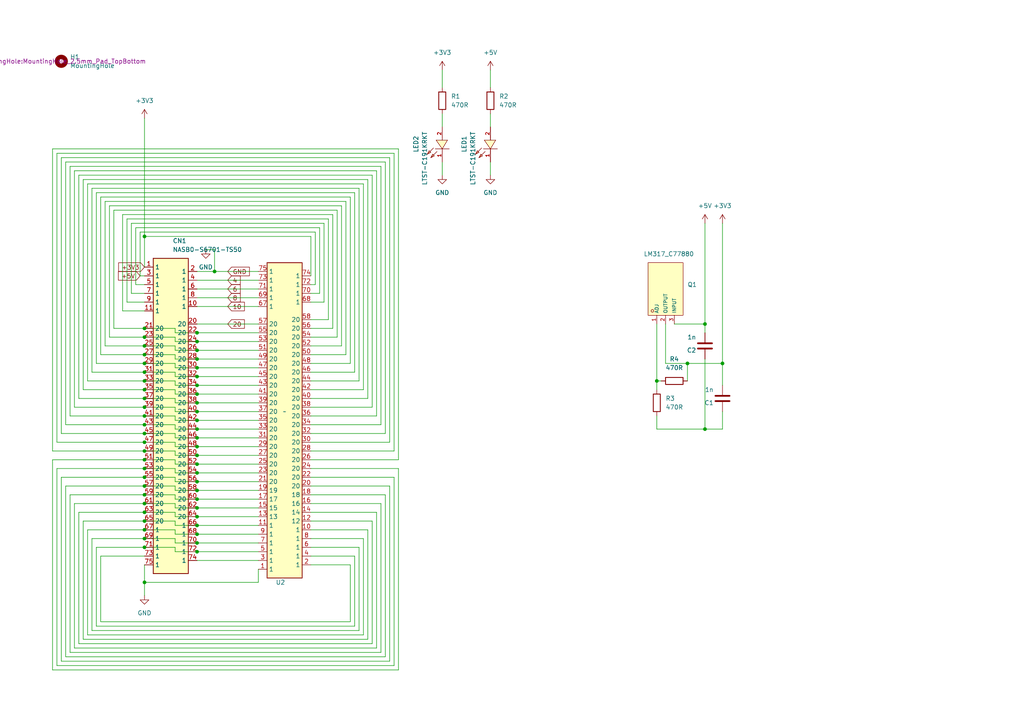
<source format=kicad_sch>
(kicad_sch (version 20230121) (generator eeschema)
  (paper "A4")
  (lib_symbols
    (symbol "Device:C" (pin_numbers hide) (pin_names (offset 0.254))
      (property "Reference" "C" (at 0.635 2.54 0))
      (property "Value" "C" (at 0.635 -2.54 0))
      (symbol "C_0_1"
        (polyline (pts (xy -2.032 -0.762) (xy 2.032 -0.762)) (stroke (width 0.508)))
        (polyline (pts (xy -2.032 0.762) (xy 2.032 0.762)) (stroke (width 0.508)))
      )
      (symbol "C_1_1"
        (pin passive line (at 0 3.81 270) (length 2.794) (name "~") (number "1"))
        (pin passive line (at 0 -3.81 90) (length 2.794) (name "~") (number "2"))
      )
    )
    (symbol "Device:R" (pin_numbers hide) (pin_names (offset 0))
      (property "Reference" "R" (at 2.032 0 90))
      (property "Value" "R" (at 0 0 90))
      (symbol "R_0_1"
        (rectangle (start -1.016 -2.54) (end 1.016 2.54) (stroke (width 0.254)))
      )
      (symbol "R_1_1"
        (pin passive line (at 0 3.81 270) (length 1.27) (name "~") (number "1"))
        (pin passive line (at 0 -3.81 90) (length 1.27) (name "~") (number "2"))
      )
    )
    (symbol "JLC:LM317_C77880"
      (property "Reference" "Q" (at 0 1.27 0))
      (property "Value" "LM317_C77880" (at 0 -2.54 0))
      (symbol "LM317_C77880_0_1"
        (rectangle (start -6.35 6.35) (end 8.89 -3.81) (fill (type background)))
        (circle (center -5.08 5.08) (radius 0.381) (fill (type background)))
        (pin unspecified line (at -8.89 3.81 0) (length 2.54) (name "ADJ") (number "1"))
        (pin unspecified line (at -8.89 1.27 0) (length 2.54) (name "OUTPUT") (number "2"))
        (pin unspecified line (at -8.89 -1.27 0) (length 2.54) (name "INPUT") (number "3"))
      )
    )
    (symbol "JLC:LTST-C191KRKT" (pin_names hide)
      (property "Reference" "LED" (at 0 1.27 0))
      (property "Value" "LTST-C191KRKT" (at 0 -2.54 0))
      (symbol "LTST-C191KRKT_0_1"
        (polyline (pts (xy -2.032 1.524) (xy -3.81 3.302)))
        (polyline (pts (xy -1.27 2.032) (xy -1.27 -2.032)))
        (polyline (pts (xy -1.016 2.54) (xy -2.794 4.318)))
        (polyline (pts (xy -3.81 3.302) (xy -2.794 2.794) (xy -3.302 2.286) (xy -3.81 3.302)) (fill (type background)))
        (polyline (pts (xy -2.794 4.318) (xy -1.778 3.81) (xy -2.286 3.302) (xy -2.794 4.318)) (fill (type background)))
        (polyline (pts (xy 1.27 -1.524) (xy -1.27 0) (xy 1.27 1.778) (xy 1.27 -1.524)) (fill (type background)))
        (pin unspecified line (at -5.08 0 0) (length 3.81) (name "-") (number "1"))
        (pin unspecified line (at 5.08 0 180) (length 3.81) (name "+") (number "2"))
      )
    )
    (symbol "JLC_parts:NASB0-S6701-TS50"
      (property "Reference" "CN" (at 0 1.27 0))
      (property "Value" "NASB0-S6701-TS50" (at 0 -2.54 0))
      (symbol "NASB0-S6701-TS50_0_1"
        (rectangle (start -3.81 48.26) (end 6.35 -43.18) (stroke (width 0.254)) (fill (type background)))
      )
      (symbol "NASB0-S6701-TS50_1_1"
        (pin input line (at -6.35 45.72 0) (length 2.54) (name "1") (number "1"))
        (pin input line (at 8.89 34.29 180) (length 2.54) (name "1") (number "10"))
        (pin input line (at -6.35 33.02 0) (length 2.54) (name "1") (number "11"))
        (pin input line (at 8.89 44.45 180) (length 2.54) (name "1") (number "2"))
        (pin input line (at 8.89 29.21 180) (length 2.54) (name "20") (number "20"))
        (pin input line (at -6.35 27.94 0) (length 2.54) (name "20") (number "21"))
        (pin input line (at 8.89 26.67 180) (length 2.54) (name "20") (number "22"))
        (pin input line (at -6.35 25.4 0) (length 2.54) (name "20") (number "23"))
        (pin input line (at 8.89 24.13 180) (length 2.54) (name "20") (number "24"))
        (pin input line (at -6.35 22.86 0) (length 2.54) (name "20") (number "25"))
        (pin input line (at 8.89 21.59 180) (length 2.54) (name "20") (number "26"))
        (pin input line (at -6.35 20.32 0) (length 2.54) (name "20") (number "27"))
        (pin input line (at 8.89 19.05 180) (length 2.54) (name "20") (number "28"))
        (pin input line (at -6.35 17.78 0) (length 2.54) (name "20") (number "29"))
        (pin input line (at -6.35 43.18 0) (length 2.54) (name "1") (number "3"))
        (pin input line (at 8.89 16.51 180) (length 2.54) (name "20") (number "30"))
        (pin input line (at -6.35 15.24 0) (length 2.54) (name "20") (number "31"))
        (pin input line (at 8.89 13.97 180) (length 2.54) (name "20") (number "32"))
        (pin input line (at -6.35 12.7 0) (length 2.54) (name "20") (number "33"))
        (pin input line (at 8.89 11.43 180) (length 2.54) (name "20") (number "34"))
        (pin input line (at -6.35 10.16 0) (length 2.54) (name "20") (number "35"))
        (pin input line (at 8.89 8.89 180) (length 2.54) (name "20") (number "36"))
        (pin input line (at -6.35 7.62 0) (length 2.54) (name "20") (number "37"))
        (pin input line (at 8.89 6.35 180) (length 2.54) (name "20") (number "38"))
        (pin input line (at -6.35 5.08 0) (length 2.54) (name "20") (number "39"))
        (pin input line (at 8.89 41.91 180) (length 2.54) (name "1") (number "4"))
        (pin input line (at 8.89 3.81 180) (length 2.54) (name "20") (number "40"))
        (pin input line (at -6.35 2.54 0) (length 2.54) (name "20") (number "41"))
        (pin input line (at 8.89 1.27 180) (length 2.54) (name "20") (number "42"))
        (pin input line (at -6.35 0 0) (length 2.54) (name "20") (number "43"))
        (pin input line (at 8.89 -1.27 180) (length 2.54) (name "20") (number "44"))
        (pin input line (at -6.35 -2.54 0) (length 2.54) (name "20") (number "45"))
        (pin input line (at 8.89 -3.81 180) (length 2.54) (name "20") (number "46"))
        (pin input line (at -6.35 -5.08 0) (length 2.54) (name "20") (number "47"))
        (pin input line (at 8.89 -6.35 180) (length 2.54) (name "20") (number "48"))
        (pin input line (at -6.35 -7.62 0) (length 2.54) (name "20") (number "49"))
        (pin input line (at -6.35 40.64 0) (length 2.54) (name "1") (number "5"))
        (pin input line (at 8.89 -8.89 180) (length 2.54) (name "20") (number "50"))
        (pin input line (at -6.35 -10.16 0) (length 2.54) (name "20") (number "51"))
        (pin input line (at 8.89 -11.43 180) (length 2.54) (name "20") (number "52"))
        (pin input line (at -6.35 -12.7 0) (length 2.54) (name "20") (number "53"))
        (pin input line (at 8.89 -13.97 180) (length 2.54) (name "20") (number "54"))
        (pin input line (at -6.35 -15.24 0) (length 2.54) (name "20") (number "55"))
        (pin input line (at 8.89 -16.51 180) (length 2.54) (name "20") (number "56"))
        (pin input line (at -6.35 -17.78 0) (length 2.54) (name "20") (number "57"))
        (pin input line (at 8.89 -19.05 180) (length 2.54) (name "20") (number "58"))
        (pin input line (at -6.35 -20.32 0) (length 2.54) (name "20") (number "59"))
        (pin input line (at 8.89 39.37 180) (length 2.54) (name "1") (number "6"))
        (pin input line (at 8.89 -21.59 180) (length 2.54) (name "20") (number "60"))
        (pin input line (at -6.35 -22.86 0) (length 2.54) (name "20") (number "61"))
        (pin input line (at 8.89 -24.13 180) (length 2.54) (name "20") (number "62"))
        (pin input line (at -6.35 -25.4 0) (length 2.54) (name "20") (number "63"))
        (pin input line (at 8.89 -26.67 180) (length 2.54) (name "20") (number "64"))
        (pin input line (at -6.35 -27.94 0) (length 2.54) (name "20") (number "65"))
        (pin input line (at 8.89 -29.21 180) (length 2.54) (name "1") (number "66"))
        (pin input line (at -6.35 -30.48 0) (length 2.54) (name "1") (number "67"))
        (pin input line (at 8.89 -31.75 180) (length 2.54) (name "1") (number "68"))
        (pin input line (at -6.35 -33.02 0) (length 2.54) (name "1") (number "69"))
        (pin input line (at -6.35 38.1 0) (length 2.54) (name "1") (number "7"))
        (pin input line (at 8.89 -34.29 180) (length 2.54) (name "1") (number "70"))
        (pin input line (at -6.35 -35.56 0) (length 2.54) (name "1") (number "71"))
        (pin input line (at 8.89 -36.83 180) (length 2.54) (name "1") (number "72"))
        (pin input line (at -6.35 -38.1 0) (length 2.54) (name "1") (number "73"))
        (pin input line (at 8.89 -39.37 180) (length 2.54) (name "1") (number "74"))
        (pin input line (at -6.35 -40.64 0) (length 2.54) (name "1") (number "75"))
        (pin input line (at 8.89 36.83 180) (length 2.54) (name "1") (number "8"))
        (pin input line (at -6.35 35.56 0) (length 2.54) (name "1") (number "9"))
      )
    )
    (symbol "JLC_parts:m.2_M_edge_fingers"
      (property "Reference" "U" (at 0 -7.62 0))
      (symbol "m.2_M_edge_fingers_0_1"
        (rectangle (start -5.08 48.26) (end 5.08 -43.18) (stroke (width 0.254)) (fill (type background)))
      )
      (symbol "m.2_M_edge_fingers_1_1"
        (pin input line (at -7.62 45.72 0) (length 2.54) (name "1") (number "1"))
        (pin input line (at 7.62 34.29 180) (length 2.54) (name "1") (number "10"))
        (pin input line (at -7.62 33.02 0) (length 2.54) (name "1") (number "11"))
        (pin input line (at 7.62 31.75 180) (length 2.54) (name "12") (number "12"))
        (pin input line (at -7.62 30.48 0) (length 2.54) (name "13") (number "13"))
        (pin input line (at 7.62 29.21 180) (length 2.54) (name "14") (number "14"))
        (pin input line (at -7.62 27.94 0) (length 2.54) (name "15") (number "15"))
        (pin input line (at 7.62 26.67 180) (length 2.54) (name "16") (number "16"))
        (pin input line (at -7.62 25.4 0) (length 2.54) (name "17") (number "17"))
        (pin input line (at 7.62 24.13 180) (length 2.54) (name "18") (number "18"))
        (pin input line (at -7.62 22.86 0) (length 2.54) (name "19") (number "19"))
        (pin input line (at 7.62 44.45 180) (length 2.54) (name "1") (number "2"))
        (pin input line (at 7.62 21.59 180) (length 2.54) (name "20") (number "20"))
        (pin input line (at -7.62 20.32 0) (length 2.54) (name "20") (number "21"))
        (pin input line (at 7.62 19.05 180) (length 2.54) (name "20") (number "22"))
        (pin input line (at -7.62 17.78 0) (length 2.54) (name "20") (number "23"))
        (pin input line (at 7.62 16.51 180) (length 2.54) (name "20") (number "24"))
        (pin input line (at -7.62 15.24 0) (length 2.54) (name "20") (number "25"))
        (pin input line (at 7.62 13.97 180) (length 2.54) (name "20") (number "26"))
        (pin input line (at -7.62 12.7 0) (length 2.54) (name "20") (number "27"))
        (pin input line (at 7.62 11.43 180) (length 2.54) (name "20") (number "28"))
        (pin input line (at -7.62 10.16 0) (length 2.54) (name "20") (number "29"))
        (pin input line (at -7.62 43.18 0) (length 2.54) (name "1") (number "3"))
        (pin input line (at 7.62 8.89 180) (length 2.54) (name "20") (number "30"))
        (pin input line (at -7.62 7.62 0) (length 2.54) (name "20") (number "31"))
        (pin input line (at 7.62 6.35 180) (length 2.54) (name "20") (number "32"))
        (pin input line (at -7.62 5.08 0) (length 2.54) (name "20") (number "33"))
        (pin input line (at 7.62 3.81 180) (length 2.54) (name "20") (number "34"))
        (pin input line (at -7.62 2.54 0) (length 2.54) (name "20") (number "35"))
        (pin input line (at 7.62 1.27 180) (length 2.54) (name "20") (number "36"))
        (pin input line (at -7.62 0 0) (length 2.54) (name "20") (number "37"))
        (pin input line (at 7.62 -1.27 180) (length 2.54) (name "20") (number "38"))
        (pin input line (at -7.62 -2.54 0) (length 2.54) (name "20") (number "39"))
        (pin input line (at 7.62 41.91 180) (length 2.54) (name "1") (number "4"))
        (pin input line (at 7.62 -3.81 180) (length 2.54) (name "20") (number "40"))
        (pin input line (at -7.62 -5.08 0) (length 2.54) (name "20") (number "41"))
        (pin input line (at 7.62 -6.35 180) (length 2.54) (name "20") (number "42"))
        (pin input line (at -7.62 -7.62 0) (length 2.54) (name "20") (number "43"))
        (pin input line (at 7.62 -8.89 180) (length 2.54) (name "20") (number "44"))
        (pin input line (at -7.62 -10.16 0) (length 2.54) (name "20") (number "45"))
        (pin input line (at 7.62 -11.43 180) (length 2.54) (name "20") (number "46"))
        (pin input line (at -7.62 -12.7 0) (length 2.54) (name "20") (number "47"))
        (pin input line (at 7.62 -13.97 180) (length 2.54) (name "20") (number "48"))
        (pin input line (at -7.62 -15.24 0) (length 2.54) (name "20") (number "49"))
        (pin input line (at -7.62 40.64 0) (length 2.54) (name "1") (number "5"))
        (pin input line (at 7.62 -16.51 180) (length 2.54) (name "20") (number "50"))
        (pin input line (at -7.62 -17.78 0) (length 2.54) (name "20") (number "51"))
        (pin input line (at 7.62 -19.05 180) (length 2.54) (name "20") (number "52"))
        (pin input line (at -7.62 -20.32 0) (length 2.54) (name "20") (number "53"))
        (pin input line (at 7.62 -21.59 180) (length 2.54) (name "20") (number "54"))
        (pin input line (at -7.62 -22.86 0) (length 2.54) (name "20") (number "55"))
        (pin input line (at 7.62 -24.13 180) (length 2.54) (name "20") (number "56"))
        (pin input line (at -7.62 -25.4 0) (length 2.54) (name "20") (number "57"))
        (pin input line (at 7.62 -26.67 180) (length 2.54) (name "20") (number "58"))
        (pin input line (at 7.62 39.37 180) (length 2.54) (name "1") (number "6"))
        (pin input line (at -7.62 -30.48 0) (length 2.54) (name "1") (number "67"))
        (pin input line (at 7.62 -31.75 180) (length 2.54) (name "1") (number "68"))
        (pin input line (at -7.62 -33.02 0) (length 2.54) (name "1") (number "69"))
        (pin input line (at -7.62 38.1 0) (length 2.54) (name "1") (number "7"))
        (pin input line (at 7.62 -34.29 180) (length 2.54) (name "1") (number "70"))
        (pin input line (at -7.62 -35.56 0) (length 2.54) (name "1") (number "71"))
        (pin input line (at 7.62 -36.83 180) (length 2.54) (name "1") (number "72"))
        (pin input line (at -7.62 -38.1 0) (length 2.54) (name "1") (number "73"))
        (pin input line (at 7.62 -39.37 180) (length 2.54) (name "1") (number "74"))
        (pin input line (at -7.62 -40.64 0) (length 2.54) (name "1") (number "75"))
        (pin input line (at 7.62 36.83 180) (length 2.54) (name "1") (number "8"))
        (pin input line (at -7.62 35.56 0) (length 2.54) (name "1") (number "9"))
      )
    )
    (symbol "Mechanical:MountingHole" (pin_names (offset 1.016))
      (property "Reference" "H" (at 0 5.08 0))
      (property "Value" "MountingHole" (at 0 3.175 0))
      (symbol "MountingHole_0_1"
        (circle (center 0 0) (radius 1.27) (stroke (width 1.27)))
      )
    )
    (symbol "power:+3V3" (power) (pin_names (offset 0))
      (property "Value" "+3V3" (at 0 3.556 0))
      (symbol "+3V3_0_1"
        (polyline (pts (xy -0.762 1.27) (xy 0 2.54)))
        (polyline (pts (xy 0 0) (xy 0 2.54)))
        (polyline (pts (xy 0 2.54) (xy 0.762 1.27)))
      )
      (symbol "+3V3_1_1"
        (pin power_in line (at 0 0 90) (length 0) hide (name "+3V3") (number "1"))
      )
    )
    (symbol "power:+5V" (power) (pin_names (offset 0))
      (property "Value" "+5V" (at 0 3.556 0))
      (symbol "+5V_0_1"
        (polyline (pts (xy -0.762 1.27) (xy 0 2.54)))
        (polyline (pts (xy 0 0) (xy 0 2.54)))
        (polyline (pts (xy 0 2.54) (xy 0.762 1.27)))
      )
      (symbol "+5V_1_1"
        (pin power_in line (at 0 0 90) (length 0) hide (name "+5V") (number "1"))
      )
    )
    (symbol "power:GND" (power) (pin_names (offset 0))
      (property "Value" "GND" (at 0 -3.81 0))
      (symbol "GND_0_1"
        (polyline (pts (xy 0 0) (xy 0 -1.27) (xy 1.27 -1.27) (xy 0 -2.54) (xy -1.27 -1.27) (xy 0 -1.27)))
      )
      (symbol "GND_1_1"
        (pin power_in line (at 0 0 270) (length 0) hide (name "GND") (number "1"))
      )
    )
  )
  (junction (at 41.91 156.21))
  (junction (at 57.15 134.62))
  (junction (at 41.91 113.03))
  (junction (at 57.15 157.48))
  (junction (at 57.15 96.52))
  (junction (at 57.15 160.02))
  (junction (at 57.15 104.14))
  (junction (at 57.15 114.3))
  (junction (at 57.15 152.4))
  (junction (at 41.91 68.58))
  (junction (at 190.5 110.49))
  (junction (at 57.15 109.22))
  (junction (at 41.91 107.95))
  (junction (at 57.15 137.16))
  (junction (at 57.15 129.54))
  (junction (at 204.47 93.98))
  (junction (at 41.91 133.35))
  (junction (at 57.15 111.76))
  (junction (at 204.47 124.46))
  (junction (at 41.91 97.79))
  (junction (at 57.15 116.84))
  (junction (at 41.91 143.51))
  (junction (at 57.15 124.46))
  (junction (at 57.15 132.08))
  (junction (at 57.15 127))
  (junction (at 199.39 105.41))
  (junction (at 41.91 158.75))
  (junction (at 57.15 149.86))
  (junction (at 41.91 105.41))
  (junction (at 41.91 95.25))
  (junction (at 41.91 138.43))
  (junction (at 57.15 99.06))
  (junction (at 62.23 78.74))
  (junction (at 41.91 100.33))
  (junction (at 41.91 118.11))
  (junction (at 57.15 154.94))
  (junction (at 57.15 139.7))
  (junction (at 41.91 128.27))
  (junction (at 57.15 147.32))
  (junction (at 57.15 106.68))
  (junction (at 41.91 102.87))
  (junction (at 57.15 144.78))
  (junction (at 57.15 142.24))
  (junction (at 41.91 130.81))
  (junction (at 57.15 119.38))
  (junction (at 41.91 135.89))
  (junction (at 57.15 121.92))
  (junction (at 41.91 125.73))
  (junction (at 41.91 168.91))
  (junction (at 41.91 115.57))
  (junction (at 41.91 146.05))
  (junction (at 41.91 123.19))
  (junction (at 41.91 148.59))
  (junction (at 209.55 105.41))
  (junction (at 41.91 153.67))
  (junction (at 41.91 110.49))
  (junction (at 57.15 101.6))
  (junction (at 41.91 151.13))
  (junction (at 41.91 140.97))
  (junction (at 41.91 120.65))
  (wire (pts (xy 41.91 102.87) (xy 50.8 102.87)))
  (wire (pts (xy 110.49 123.19) (xy 110.49 48.26)))
  (wire (pts (xy 105.41 53.34) (xy 25.4 53.34)))
  (wire (pts (xy 41.91 105.41) (xy 27.94 105.41)))
  (wire (pts (xy 41.91 138.43) (xy 50.8 138.43)))
  (wire (pts (xy 41.91 125.73) (xy 50.8 125.73)))
  (wire (pts (xy 193.04 93.98) (xy 193.04 105.41)))
  (wire (pts (xy 90.17 128.27) (xy 113.03 128.27)))
  (wire (pts (xy 50.8 119.38) (xy 57.15 119.38)))
  (wire (pts (xy 50.8 127) (xy 57.15 127)))
  (wire (pts (xy 50.8 107.95) (xy 50.8 109.22)))
  (wire (pts (xy 41.91 151.13) (xy 50.8 151.13)))
  (wire (pts (xy 57.15 147.32) (xy 74.93 147.32)))
  (wire (pts (xy 50.8 135.89) (xy 50.8 137.16)))
  (wire (pts (xy 57.15 154.94) (xy 74.93 154.94)))
  (wire (pts (xy 41.91 100.33) (xy 50.8 100.33)))
  (wire (pts (xy 107.95 151.13) (xy 107.95 186.69)))
  (wire (pts (xy 101.6 57.15) (xy 29.21 57.15)))
  (wire (pts (xy 105.41 113.03) (xy 105.41 53.34)))
  (wire (pts (xy 90.17 153.67) (xy 106.68 153.67)))
  (wire (pts (xy 41.91 100.33) (xy 30.48 100.33)))
  (wire (pts (xy 50.8 140.97) (xy 50.8 142.24)))
  (wire (pts (xy 190.5 110.49) (xy 190.5 113.03)))
  (wire (pts (xy 41.91 156.21) (xy 50.8 156.21)))
  (wire (pts (xy 50.8 133.35) (xy 50.8 134.62)))
  (wire (pts (xy 50.8 106.68) (xy 57.15 106.68)))
  (wire (pts (xy 29.21 57.15) (xy 29.21 102.87)))
  (wire (pts (xy 41.91 77.47) (xy 41.91 68.58)))
  (wire (pts (xy 20.32 48.26) (xy 20.32 120.65)))
  (wire (pts (xy 57.15 149.86) (xy 74.93 149.86)))
  (wire (pts (xy 41.91 118.11) (xy 21.59 118.11)))
  (wire (pts (xy 109.22 187.96) (xy 109.22 148.59)))
  (wire (pts (xy 41.91 146.05) (xy 21.59 146.05)))
  (wire (pts (xy 93.98 64.77) (xy 38.1 64.77)))
  (wire (pts (xy 50.8 148.59) (xy 50.8 149.86)))
  (wire (pts (xy 106.68 115.57) (xy 106.68 52.07)))
  (wire (pts (xy 57.15 119.38) (xy 74.93 119.38)))
  (wire (pts (xy 50.8 124.46) (xy 57.15 124.46)))
  (wire (pts (xy 41.91 146.05) (xy 50.8 146.05)))
  (wire (pts (xy 142.24 46.99) (xy 142.24 50.8)))
  (wire (pts (xy 41.91 107.95) (xy 50.8 107.95)))
  (wire (pts (xy 50.8 96.52) (xy 57.15 96.52)))
  (wire (pts (xy 41.91 80.01) (xy 40.64 80.01)))
  (wire (pts (xy 102.87 107.95) (xy 90.17 107.95)))
  (wire (pts (xy 50.8 116.84) (xy 57.15 116.84)))
  (wire (pts (xy 204.47 124.46) (xy 190.5 124.46)))
  (wire (pts (xy 57.15 134.62) (xy 74.93 134.62)))
  (wire (pts (xy 92.71 66.04) (xy 92.71 85.09)))
  (wire (pts (xy 24.13 185.42) (xy 106.68 185.42)))
  (wire (pts (xy 41.91 120.65) (xy 50.8 120.65)))
  (wire (pts (xy 57.15 109.22) (xy 74.93 109.22)))
  (wire (pts (xy 57.15 137.16) (xy 74.93 137.16)))
  (wire (pts (xy 15.24 194.31) (xy 115.57 194.31)))
  (wire (pts (xy 57.15 111.76) (xy 74.93 111.76)))
  (wire (pts (xy 50.8 134.62) (xy 57.15 134.62)))
  (wire (pts (xy 50.8 109.22) (xy 57.15 109.22)))
  (wire (pts (xy 128.27 25.4) (xy 128.27 20.32)))
  (wire (pts (xy 41.91 133.35) (xy 15.24 133.35)))
  (wire (pts (xy 50.8 123.19) (xy 50.8 124.46)))
  (wire (pts (xy 115.57 133.35) (xy 115.57 43.18)))
  (wire (pts (xy 110.49 189.23) (xy 20.32 189.23)))
  (wire (pts (xy 50.8 101.6) (xy 57.15 101.6)))
  (wire (pts (xy 50.8 125.73) (xy 50.8 127)))
  (wire (pts (xy 93.98 87.63) (xy 93.98 64.77)))
  (wire (pts (xy 15.24 43.18) (xy 15.24 130.81)))
  (wire (pts (xy 57.15 93.98) (xy 74.93 93.98)))
  (wire (pts (xy 90.17 143.51) (xy 111.76 143.51)))
  (wire (pts (xy 29.21 102.87) (xy 41.91 102.87)))
  (wire (pts (xy 90.17 125.73) (xy 111.76 125.73)))
  (wire (pts (xy 17.78 138.43) (xy 17.78 191.77)))
  (wire (pts (xy 50.8 110.49) (xy 50.8 111.76)))
  (wire (pts (xy 57.15 162.56) (xy 74.93 162.56)))
  (wire (pts (xy 107.95 50.8) (xy 22.86 50.8)))
  (wire (pts (xy 90.17 95.25) (xy 96.52 95.25)))
  (wire (pts (xy 41.91 123.19) (xy 19.05 123.19)))
  (wire (pts (xy 90.17 100.33) (xy 99.06 100.33)))
  (wire (pts (xy 50.8 99.06) (xy 57.15 99.06)))
  (wire (pts (xy 50.8 157.48) (xy 57.15 157.48)))
  (wire (pts (xy 113.03 128.27) (xy 113.03 45.72)))
  (wire (pts (xy 209.55 119.38) (xy 209.55 124.46)))
  (wire (pts (xy 41.91 161.29) (xy 29.21 161.29)))
  (wire (pts (xy 30.48 58.42) (xy 100.33 58.42)))
  (wire (pts (xy 57.15 116.84) (xy 74.93 116.84)))
  (wire (pts (xy 50.8 154.94) (xy 57.15 154.94)))
  (wire (pts (xy 106.68 52.07) (xy 24.13 52.07)))
  (wire (pts (xy 50.8 138.43) (xy 50.8 139.7)))
  (wire (pts (xy 50.8 120.65) (xy 50.8 121.92)))
  (wire (pts (xy 41.91 68.58) (xy 90.17 68.58)))
  (wire (pts (xy 41.91 156.21) (xy 26.67 156.21)))
  (wire (pts (xy 41.91 151.13) (xy 24.13 151.13)))
  (wire (pts (xy 113.03 45.72) (xy 17.78 45.72)))
  (wire (pts (xy 41.91 87.63) (xy 36.83 87.63)))
  (wire (pts (xy 50.8 114.3) (xy 57.15 114.3)))
  (wire (pts (xy 19.05 190.5) (xy 19.05 140.97)))
  (wire (pts (xy 16.51 135.89) (xy 41.91 135.89)))
  (wire (pts (xy 22.86 115.57) (xy 41.91 115.57)))
  (wire (pts (xy 62.23 72.39) (xy 59.69 72.39)))
  (wire (pts (xy 50.8 95.25) (xy 50.8 96.52)))
  (wire (pts (xy 39.37 66.04) (xy 92.71 66.04)))
  (wire (pts (xy 193.04 105.41) (xy 199.39 105.41)))
  (wire (pts (xy 90.17 113.03) (xy 105.41 113.03)))
  (wire (pts (xy 57.15 81.28) (xy 74.93 81.28)))
  (wire (pts (xy 57.15 157.48) (xy 74.93 157.48)))
  (wire (pts (xy 50.8 105.41) (xy 50.8 106.68)))
  (wire (pts (xy 21.59 49.53) (xy 109.22 49.53)))
  (wire (pts (xy 19.05 123.19) (xy 19.05 46.99)))
  (wire (pts (xy 209.55 124.46) (xy 204.47 124.46)))
  (wire (pts (xy 26.67 54.61) (xy 104.14 54.61)))
  (wire (pts (xy 50.8 102.87) (xy 50.8 104.14)))
  (wire (pts (xy 41.91 107.95) (xy 26.67 107.95)))
  (wire (pts (xy 90.17 148.59) (xy 109.22 148.59)))
  (wire (pts (xy 41.91 82.55) (xy 39.37 82.55)))
  (wire (pts (xy 92.71 85.09) (xy 90.17 85.09)))
  (wire (pts (xy 91.44 82.55) (xy 90.17 82.55)))
  (wire (pts (xy 50.8 152.4) (xy 57.15 152.4)))
  (wire (pts (xy 21.59 187.96) (xy 109.22 187.96)))
  (wire (pts (xy 24.13 113.03) (xy 41.91 113.03)))
  (wire (pts (xy 109.22 49.53) (xy 109.22 120.65)))
  (wire (pts (xy 115.57 194.31) (xy 115.57 135.89)))
  (wire (pts (xy 21.59 118.11) (xy 21.59 49.53)))
  (wire (pts (xy 41.91 115.57) (xy 50.8 115.57)))
  (wire (pts (xy 41.91 168.91) (xy 74.93 168.91)))
  (wire (pts (xy 50.8 158.75) (xy 50.8 160.02)))
  (wire (pts (xy 111.76 190.5) (xy 19.05 190.5)))
  (wire (pts (xy 102.87 161.29) (xy 102.87 181.61)))
  (wire (pts (xy 102.87 181.61) (xy 27.94 181.61)))
  (wire (pts (xy 96.52 62.23) (xy 35.56 62.23)))
  (wire (pts (xy 22.86 50.8) (xy 22.86 115.57)))
  (wire (pts (xy 16.51 128.27) (xy 16.51 44.45)))
  (wire (pts (xy 57.15 104.14) (xy 74.93 104.14)))
  (wire (pts (xy 95.25 92.71) (xy 90.17 92.71)))
  (wire (pts (xy 27.94 55.88) (xy 102.87 55.88)))
  (wire (pts (xy 57.15 144.78) (xy 74.93 144.78)))
  (wire (pts (xy 190.5 93.98) (xy 190.5 110.49)))
  (wire (pts (xy 90.17 161.29) (xy 102.87 161.29)))
  (wire (pts (xy 57.15 124.46) (xy 74.93 124.46)))
  (wire (pts (xy 25.4 153.67) (xy 41.91 153.67)))
  (wire (pts (xy 36.83 63.5) (xy 95.25 63.5)))
  (wire (pts (xy 101.6 105.41) (xy 101.6 57.15)))
  (wire (pts (xy 41.91 133.35) (xy 50.8 133.35)))
  (wire (pts (xy 33.02 60.96) (xy 97.79 60.96)))
  (wire (pts (xy 41.91 110.49) (xy 50.8 110.49)))
  (wire (pts (xy 29.21 180.34) (xy 101.6 180.34)))
  (wire (pts (xy 90.17 140.97) (xy 113.03 140.97)))
  (wire (pts (xy 27.94 158.75) (xy 41.91 158.75)))
  (wire (pts (xy 57.15 152.4) (xy 74.93 152.4)))
  (wire (pts (xy 57.15 83.82) (xy 74.93 83.82)))
  (wire (pts (xy 107.95 186.69) (xy 22.86 186.69)))
  (wire (pts (xy 15.24 130.81) (xy 41.91 130.81)))
  (wire (pts (xy 41.91 113.03) (xy 50.8 113.03)))
  (wire (pts (xy 105.41 156.21) (xy 105.41 184.15)))
  (wire (pts (xy 31.75 97.79) (xy 41.91 97.79)))
  (wire (pts (xy 50.8 113.03) (xy 50.8 114.3)))
  (wire (pts (xy 21.59 146.05) (xy 21.59 187.96)))
  (wire (pts (xy 35.56 90.17) (xy 41.91 90.17)))
  (wire (pts (xy 50.8 143.51) (xy 50.8 144.78)))
  (wire (pts (xy 62.23 78.74) (xy 74.93 78.74)))
  (wire (pts (xy 50.8 142.24) (xy 57.15 142.24)))
  (wire (pts (xy 50.8 118.11) (xy 50.8 119.38)))
  (wire (pts (xy 114.3 193.04) (xy 16.51 193.04)))
  (wire (pts (xy 57.15 142.24) (xy 74.93 142.24)))
  (wire (pts (xy 90.17 156.21) (xy 105.41 156.21)))
  (wire (pts (xy 38.1 85.09) (xy 41.91 85.09)))
  (wire (pts (xy 16.51 193.04) (xy 16.51 135.89)))
  (wire (pts (xy 195.58 93.98) (xy 204.47 93.98)))
  (wire (pts (xy 110.49 146.05) (xy 110.49 189.23)))
  (wire (pts (xy 90.17 123.19) (xy 110.49 123.19)))
  (wire (pts (xy 41.91 168.91) (xy 41.91 172.72)))
  (wire (pts (xy 33.02 95.25) (xy 33.02 60.96)))
  (wire (pts (xy 50.8 104.14) (xy 57.15 104.14)))
  (wire (pts (xy 90.17 87.63) (xy 93.98 87.63)))
  (wire (pts (xy 111.76 143.51) (xy 111.76 190.5)))
  (wire (pts (xy 50.8 111.76) (xy 57.15 111.76)))
  (wire (pts (xy 20.32 143.51) (xy 41.91 143.51)))
  (wire (pts (xy 99.06 59.69) (xy 31.75 59.69)))
  (wire (pts (xy 41.91 105.41) (xy 50.8 105.41)))
  (wire (pts (xy 50.8 100.33) (xy 50.8 101.6)))
  (wire (pts (xy 41.91 140.97) (xy 50.8 140.97)))
  (wire (pts (xy 90.17 151.13) (xy 107.95 151.13)))
  (wire (pts (xy 50.8 130.81) (xy 50.8 132.08)))
  (wire (pts (xy 57.15 132.08) (xy 74.93 132.08)))
  (wire (pts (xy 102.87 55.88) (xy 102.87 107.95)))
  (wire (pts (xy 50.8 147.32) (xy 57.15 147.32)))
  (wire (pts (xy 41.91 34.29) (xy 41.91 68.58)))
  (wire (pts (xy 50.8 97.79) (xy 50.8 99.06)))
  (wire (pts (xy 57.15 127) (xy 74.93 127)))
  (wire (pts (xy 50.8 156.21) (xy 50.8 157.48)))
  (wire (pts (xy 128.27 46.99) (xy 128.27 50.8)))
  (wire (pts (xy 111.76 46.99) (xy 111.76 125.73)))
  (wire (pts (xy 142.24 33.02) (xy 142.24 36.83)))
  (wire (pts (xy 97.79 60.96) (xy 97.79 97.79)))
  (wire (pts (xy 31.75 59.69) (xy 31.75 97.79)))
  (wire (pts (xy 41.91 148.59) (xy 50.8 148.59)))
  (wire (pts (xy 15.24 133.35) (xy 15.24 194.31)))
  (wire (pts (xy 50.8 137.16) (xy 57.15 137.16)))
  (wire (pts (xy 114.3 44.45) (xy 114.3 130.81)))
  (wire (pts (xy 50.8 132.08) (xy 57.15 132.08)))
  (wire (pts (xy 16.51 44.45) (xy 114.3 44.45)))
  (wire (pts (xy 199.39 105.41) (xy 209.55 105.41)))
  (wire (pts (xy 57.15 139.7) (xy 74.93 139.7)))
  (wire (pts (xy 25.4 184.15) (xy 25.4 153.67)))
  (wire (pts (xy 57.15 129.54) (xy 74.93 129.54)))
  (wire (pts (xy 199.39 105.41) (xy 199.39 110.49)))
  (wire (pts (xy 41.91 153.67) (xy 50.8 153.67)))
  (wire (pts (xy 41.91 123.19) (xy 50.8 123.19)))
  (wire (pts (xy 19.05 140.97) (xy 41.91 140.97)))
  (wire (pts (xy 50.8 115.57) (xy 50.8 116.84)))
  (wire (pts (xy 29.21 161.29) (xy 29.21 180.34)))
  (wire (pts (xy 90.17 135.89) (xy 115.57 135.89)))
  (wire (pts (xy 100.33 58.42) (xy 100.33 102.87)))
  (wire (pts (xy 204.47 64.77) (xy 204.47 93.98)))
  (wire (pts (xy 24.13 151.13) (xy 24.13 185.42)))
  (wire (pts (xy 104.14 54.61) (xy 104.14 110.49)))
  (wire (pts (xy 17.78 45.72) (xy 17.78 125.73)))
  (wire (pts (xy 25.4 110.49) (xy 41.91 110.49)))
  (wire (pts (xy 90.17 158.75) (xy 104.14 158.75)))
  (wire (pts (xy 104.14 182.88) (xy 104.14 158.75)))
  (wire (pts (xy 204.47 93.98) (xy 204.47 96.52)))
  (wire (pts (xy 50.8 144.78) (xy 57.15 144.78)))
  (wire (pts (xy 110.49 48.26) (xy 20.32 48.26)))
  (wire (pts (xy 57.15 160.02) (xy 74.93 160.02)))
  (wire (pts (xy 209.55 105.41) (xy 209.55 111.76)))
  (wire (pts (xy 90.17 163.83) (xy 101.6 163.83)))
  (wire (pts (xy 50.8 146.05) (xy 50.8 147.32)))
  (wire (pts (xy 191.77 110.49) (xy 190.5 110.49)))
  (wire (pts (xy 27.94 105.41) (xy 27.94 55.88)))
  (wire (pts (xy 27.94 181.61) (xy 27.94 158.75)))
  (wire (pts (xy 107.95 118.11) (xy 107.95 50.8)))
  (wire (pts (xy 99.06 100.33) (xy 99.06 59.69)))
  (wire (pts (xy 128.27 33.02) (xy 128.27 36.83)))
  (wire (pts (xy 97.79 97.79) (xy 90.17 97.79)))
  (wire (pts (xy 41.91 128.27) (xy 16.51 128.27)))
  (wire (pts (xy 57.15 99.06) (xy 74.93 99.06)))
  (wire (pts (xy 90.17 118.11) (xy 107.95 118.11)))
  (wire (pts (xy 90.17 146.05) (xy 110.49 146.05)))
  (wire (pts (xy 101.6 180.34) (xy 101.6 163.83)))
  (wire (pts (xy 90.17 130.81) (xy 114.3 130.81)))
  (wire (pts (xy 38.1 64.77) (xy 38.1 85.09)))
  (wire (pts (xy 50.8 121.92) (xy 57.15 121.92)))
  (wire (pts (xy 40.64 67.31) (xy 91.44 67.31)))
  (wire (pts (xy 105.41 184.15) (xy 25.4 184.15)))
  (wire (pts (xy 204.47 104.14) (xy 204.47 124.46)))
  (wire (pts (xy 24.13 52.07) (xy 24.13 113.03)))
  (wire (pts (xy 142.24 25.4) (xy 142.24 20.32)))
  (wire (pts (xy 57.15 121.92) (xy 74.93 121.92)))
  (wire (pts (xy 106.68 185.42) (xy 106.68 153.67)))
  (wire (pts (xy 95.25 63.5) (xy 95.25 92.71)))
  (wire (pts (xy 41.91 130.81) (xy 50.8 130.81)))
  (wire (pts (xy 90.17 110.49) (xy 104.14 110.49)))
  (wire (pts (xy 25.4 53.34) (xy 25.4 110.49)))
  (wire (pts (xy 91.44 67.31) (xy 91.44 82.55)))
  (wire (pts (xy 36.83 87.63) (xy 36.83 63.5)))
  (wire (pts (xy 41.91 158.75) (xy 50.8 158.75)))
  (wire (pts (xy 90.17 138.43) (xy 114.3 138.43)))
  (wire (pts (xy 50.8 128.27) (xy 50.8 129.54)))
  (wire (pts (xy 50.8 149.86) (xy 57.15 149.86)))
  (wire (pts (xy 100.33 102.87) (xy 90.17 102.87)))
  (wire (pts (xy 41.91 143.51) (xy 50.8 143.51)))
  (wire (pts (xy 115.57 43.18) (xy 15.24 43.18)))
  (wire (pts (xy 22.86 148.59) (xy 41.91 148.59)))
  (wire (pts (xy 62.23 78.74) (xy 62.23 72.39)))
  (wire (pts (xy 41.91 138.43) (xy 17.78 138.43)))
  (wire (pts (xy 50.8 139.7) (xy 57.15 139.7)))
  (wire (pts (xy 50.8 160.02) (xy 57.15 160.02)))
  (wire (pts (xy 57.15 96.52) (xy 74.93 96.52)))
  (wire (pts (xy 57.15 86.36) (xy 74.93 86.36)))
  (wire (pts (xy 57.15 88.9) (xy 74.93 88.9)))
  (wire (pts (xy 50.8 151.13) (xy 50.8 152.4)))
  (wire (pts (xy 57.15 106.68) (xy 74.93 106.68)))
  (wire (pts (xy 90.17 120.65) (xy 109.22 120.65)))
  (wire (pts (xy 26.67 156.21) (xy 26.67 182.88)))
  (wire (pts (xy 41.91 95.25) (xy 50.8 95.25)))
  (wire (pts (xy 20.32 120.65) (xy 41.91 120.65)))
  (wire (pts (xy 19.05 46.99) (xy 111.76 46.99)))
  (wire (pts (xy 113.03 191.77) (xy 113.03 140.97)))
  (wire (pts (xy 90.17 115.57) (xy 106.68 115.57)))
  (wire (pts (xy 22.86 186.69) (xy 22.86 148.59)))
  (wire (pts (xy 40.64 80.01) (xy 40.64 67.31)))
  (wire (pts (xy 17.78 125.73) (xy 41.91 125.73)))
  (wire (pts (xy 96.52 95.25) (xy 96.52 62.23)))
  (wire (pts (xy 41.91 97.79) (xy 50.8 97.79)))
  (wire (pts (xy 41.91 118.11) (xy 50.8 118.11)))
  (wire (pts (xy 41.91 135.89) (xy 50.8 135.89)))
  (wire (pts (xy 41.91 95.25) (xy 33.02 95.25)))
  (wire (pts (xy 35.56 62.23) (xy 35.56 90.17)))
  (wire (pts (xy 17.78 191.77) (xy 113.03 191.77)))
  (wire (pts (xy 20.32 189.23) (xy 20.32 143.51)))
  (wire (pts (xy 39.37 82.55) (xy 39.37 66.04)))
  (wire (pts (xy 90.17 68.58) (xy 90.17 80.01)))
  (wire (pts (xy 209.55 105.41) (xy 209.55 64.77)))
  (wire (pts (xy 74.93 168.91) (xy 74.93 165.1)))
  (wire (pts (xy 90.17 105.41) (xy 101.6 105.41)))
  (wire (pts (xy 57.15 114.3) (xy 74.93 114.3)))
  (wire (pts (xy 114.3 138.43) (xy 114.3 193.04)))
  (wire (pts (xy 41.91 128.27) (xy 50.8 128.27)))
  (wire (pts (xy 50.8 153.67) (xy 50.8 154.94)))
  (wire (pts (xy 26.67 182.88) (xy 104.14 182.88)))
  (wire (pts (xy 26.67 107.95) (xy 26.67 54.61)))
  (wire (pts (xy 57.15 101.6) (xy 74.93 101.6)))
  (wire (pts (xy 30.48 100.33) (xy 30.48 58.42)))
  (wire (pts (xy 57.15 78.74) (xy 62.23 78.74)))
  (wire (pts (xy 90.17 133.35) (xy 115.57 133.35)))
  (wire (pts (xy 50.8 129.54) (xy 57.15 129.54)))
  (wire (pts (xy 190.5 124.46) (xy 190.5 120.65)))
  (wire (pts (xy 41.91 163.83) (xy 41.91 168.91)))
  (global_label "20" (shape input) (at 66.04 93.98 0) (property "Intersheetrefs" "${INTERSHEET_REFS}" (effects hide)))
  (global_label "+5V" (shape input) (at 40.64 80.01 180) (property "Intersheetrefs" "${INTERSHEET_REFS}" (effects hide)))
  (global_label "8" (shape input) (at 66.04 86.36 0) (property "Intersheetrefs" "${INTERSHEET_REFS}" (effects hide)))
  (global_label "+3V3" (shape input) (at 41.91 77.47 180) (property "Intersheetrefs" "${INTERSHEET_REFS}" (effects hide)))
  (global_label "4" (shape input) (at 66.04 81.28 0) (property "Intersheetrefs" "${INTERSHEET_REFS}" (effects hide)))
  (global_label "10" (shape input) (at 66.04 88.9 0) (property "Intersheetrefs" "${INTERSHEET_REFS}" (effects hide)))
  (global_label "6" (shape input) (at 66.04 83.82 0) (property "Intersheetrefs" "${INTERSHEET_REFS}" (effects hide)))
  (global_label "GND" (shape input) (at 66.04 78.74 0) (property "Intersheetrefs" "${INTERSHEET_REFS}" (effects hide)))
  (symbol (lib_id "JLC_parts:m.2_M_edge_fingers") (at 82.55 119.38 0) (mirror x) (unit 1)
    (property "Reference" "U2" (at 81.3435 168.91 0))
    (property "Value" "~" (at 82.55 119.38 0))
    (property "Footprint" "NGFF:NGFF_M" (effects hide))
  )
  (symbol (lib_id "power:+3V3") (at 209.55 64.77 0) (unit 1)
    (property "Reference" "#PWR06" (effects hide))
    (property "Value" "+3V3" (at 209.55 59.69 0))
  )
  (symbol (lib_id "JLC:LM317_C77880") (at 194.31 85.09 90) (unit 1)
    (property "Reference" "Q1" (at 199.39 82.55 90) (effects (justify right)))
    (property "Value" "LM317_C77880" (at 186.69 73.66 90) (effects (justify right)))
    (property "Footprint" "footprint:TO-252-2_L6.6-W6.1-P4.57-LS9.9-TL-CW" (effects hide))
    (property "Datasheet" "https://item.szlcsc.com/176608.html" (effects hide))
    (property "LCSC" "C77880" (effects hide))
  )
  (symbol (lib_id "power:+3V3") (at 41.91 34.29 0) (unit 1)
    (property "Reference" "#PWR09" (effects hide))
    (property "Value" "+3V3" (at 41.91 29.21 0))
  )
  (symbol (lib_id "power:GND") (at 128.27 50.8 0) (unit 1)
    (property "Reference" "#PWR08" (effects hide))
    (property "Value" "GND" (at 128.27 55.88 0))
  )
  (symbol (lib_id "Device:C") (at 209.55 115.57 180) (unit 1)
    (property "Reference" "C1" (at 207.01 116.84 0) (effects (justify left)))
    (property "Value" "1n" (at 207.01 113.03 0) (effects (justify left)))
    (property "Footprint" "Capacitor_SMD:C_0603_1608Metric" (effects hide))
  )
  (symbol (lib_id "Mechanical:MountingHole") (at 17.78 17.78 0) (unit 1)
    (property "Reference" "H1" (at 20.32 16.51 0) (effects (justify left)))
    (property "Value" "MountingHole" (at 20.32 19.05 0) (effects (justify left)))
    (property "Footprint" "MountingHole:MountingHole_2.5mm_Pad_TopBottom" (at 17.78 17.78 0))
  )
  (symbol (lib_id "Device:R") (at 142.24 29.21 0) (unit 1)
    (property "Reference" "R2" (at 144.78 27.94 0) (effects (justify left)))
    (property "Value" "470R" (at 144.78 30.48 0) (effects (justify left)))
    (property "Footprint" "Resistor_SMD:R_0603_1608Metric" (effects hide))
  )
  (symbol (lib_id "JLC_parts:NASB0-S6701-TS50") (at 48.26 123.19 0) (unit 1)
    (property "Reference" "CN1" (at 50.0809 69.85 0) (effects (justify left)))
    (property "Value" "NASB0-S6701-TS50" (at 50.0809 72.39 0) (effects (justify left)))
    (property "Footprint" "footprint_old:CONN-SMD_67P-P0.50-V_NASB0-S6701-TS50" (effects hide))
    (property "Datasheet" "https://item.szlcsc.com/340992.html" (effects hide))
    (property "LCSC" "C367024" (effects hide))
  )
  (symbol (lib_id "power:GND") (at 142.24 50.8 0) (unit 1)
    (property "Reference" "#PWR03" (effects hide))
    (property "Value" "GND" (at 142.24 55.88 0))
  )
  (symbol (lib_id "JLC:LTST-C191KRKT") (at 142.24 41.91 90) (unit 1)
    (property "Reference" "LED1" (at 134.62 39.37 0) (effects (justify right)))
    (property "Value" "LTST-C191KRKT" (at 137.16 38.1 0) (effects (justify right)))
    (property "Footprint" "footprints:LED0603-RD" (effects hide))
    (property "Datasheet" "https://item.szlcsc.com/347874.html" (effects hide))
    (property "LCSC" "C125099" (effects hide))
  )
  (symbol (lib_id "Device:R") (at 190.5 116.84 0) (unit 1)
    (property "Reference" "R3" (at 193.04 115.57 0) (effects (justify left)))
    (property "Value" "470R" (at 193.04 118.11 0) (effects (justify left)))
    (property "Footprint" "Resistor_SMD:R_0603_1608Metric" (effects hide))
  )
  (symbol (lib_id "power:+3V3") (at 128.27 20.32 0) (unit 1)
    (property "Reference" "#PWR07" (effects hide))
    (property "Value" "+3V3" (at 128.27 15.24 0))
  )
  (symbol (lib_id "power:+5V") (at 142.24 20.32 0) (unit 1)
    (property "Reference" "#PWR04" (effects hide))
    (property "Value" "+5V" (at 142.24 15.24 0))
  )
  (symbol (lib_id "JLC:LTST-C191KRKT") (at 128.27 41.91 90) (unit 1)
    (property "Reference" "LED2" (at 120.65 39.37 0) (effects (justify right)))
    (property "Value" "LTST-C191KRKT" (at 123.19 38.1 0) (effects (justify right)))
    (property "Footprint" "footprints:LED0603-RD" (effects hide))
    (property "Datasheet" "https://item.szlcsc.com/347874.html" (effects hide))
    (property "LCSC" "C125099" (effects hide))
  )
  (symbol (lib_id "power:GND") (at 59.69 72.39 0) (unit 1)
    (property "Reference" "#PWR02" (effects hide))
    (property "Value" "GND" (at 59.69 77.47 0))
  )
  (symbol (lib_id "Device:R") (at 128.27 29.21 0) (unit 1)
    (property "Reference" "R1" (at 130.81 27.94 0) (effects (justify left)))
    (property "Value" "470R" (at 130.81 30.48 0) (effects (justify left)))
    (property "Footprint" "Resistor_SMD:R_0603_1608Metric" (effects hide))
  )
  (symbol (lib_id "power:GND") (at 41.91 172.72 0) (unit 1)
    (property "Reference" "#PWR01" (effects hide))
    (property "Value" "GND" (at 41.91 177.8 0))
  )
  (symbol (lib_id "power:+5V") (at 204.47 64.77 0) (unit 1)
    (property "Reference" "#PWR05" (effects hide))
    (property "Value" "+5V" (at 204.47 59.69 0))
  )
  (symbol (lib_id "Device:R") (at 195.58 110.49 90) (unit 1)
    (property "Reference" "R4" (at 195.58 104.14 90))
    (property "Value" "470R" (at 195.58 106.68 90))
    (property "Footprint" "Resistor_SMD:R_0603_1608Metric" (effects hide))
  )
  (symbol (lib_id "Device:C") (at 204.47 100.33 180) (unit 1)
    (property "Reference" "C2" (at 201.93 101.6 0) (effects (justify left)))
    (property "Value" "1n" (at 201.93 97.79 0) (effects (justify left)))
    (property "Footprint" "Capacitor_SMD:C_0603_1608Metric" (effects hide))
  )
)
</source>
